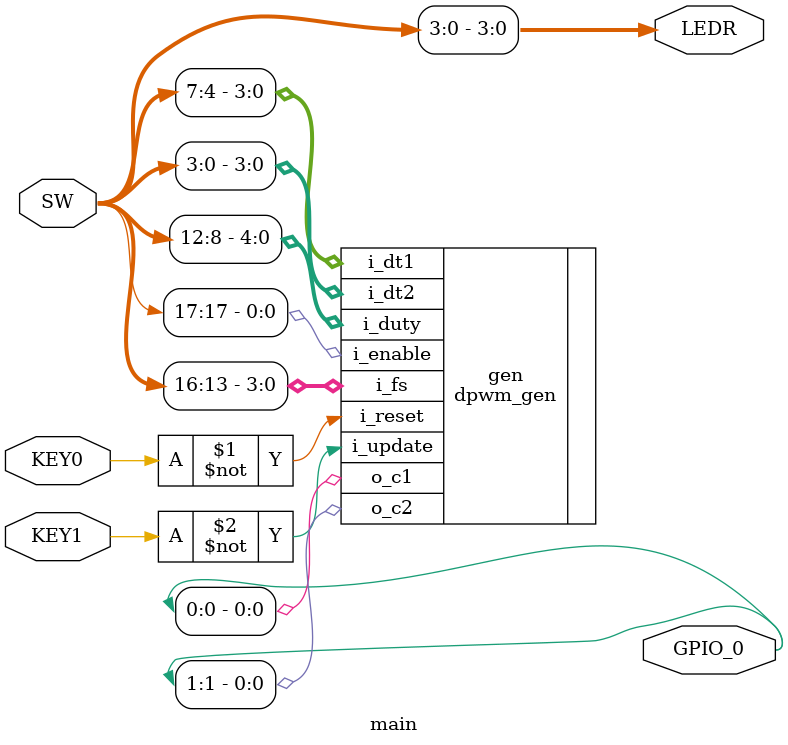
<source format=v>
module main(SW, KEY0, KEY1, LEDR, GPIO_0);
	input 	[17:0]	SW;
    input   KEY0;
	input   KEY1;
    output	[3:0] LEDR;
	output [35:0] GPIO_0;
	
	assign LEDR[3:0] = SW[3:0];

	dpwm_gen gen(
    .i_enable(SW[17]),
    .i_reset(~KEY0),
    .i_update(~KEY1),
    .i_fs(SW[16:13]),
    .i_duty(SW[12:8]),
    .i_dt1(SW[7:4]),
    .i_dt2(SW[3:0]),
    .o_c1(GPIO_0[0]), 
    .o_c2(GPIO_0[1]));

endmodule
</source>
